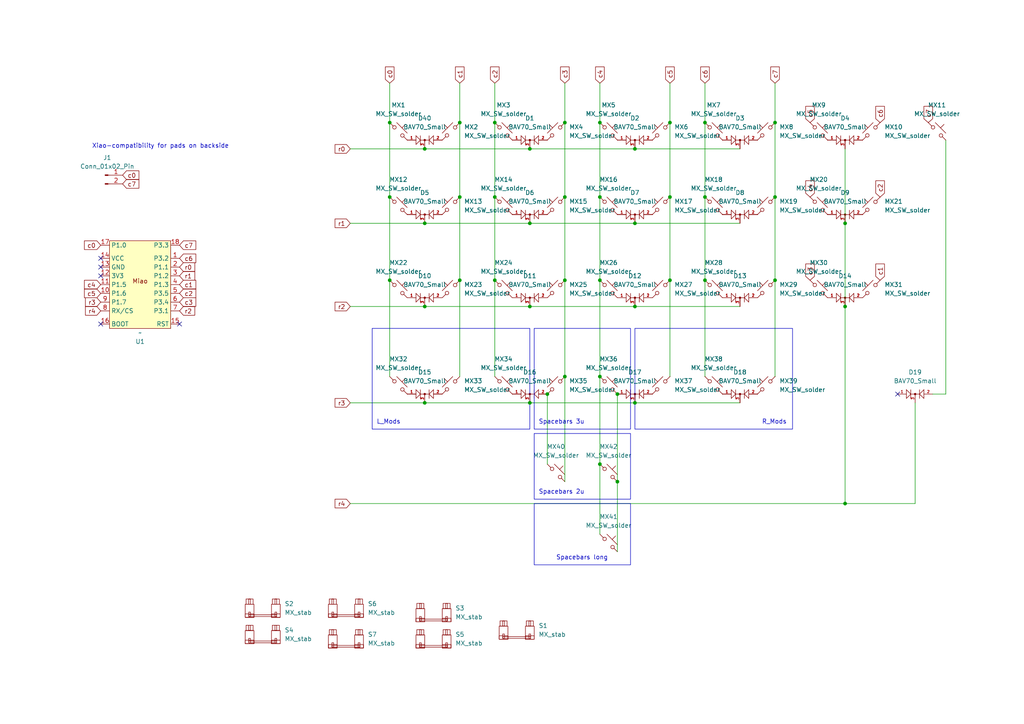
<source format=kicad_sch>
(kicad_sch (version 20231120) (generator "eeschema") (generator_version "8.0")
  (paper "A4")
  (lib_symbols
    (symbol "Connector:Conn_01x02_Pin" (pin_names (offset 1.016) hide)
      (property "Reference" "J" (at 0 2.54 0))
      (property "Value" "Conn_01x02_Pin" (at 0 -5.08 0))
      (symbol "Conn_01x02_Pin_1_1"
        (polyline (pts (xy 1.27 -2.54) (xy 0.8636 -2.54)) (stroke (width 0.1524)))
        (polyline (pts (xy 1.27 0) (xy 0.8636 0)) (stroke (width 0.1524)))
        (rectangle (start 0.8636 -2.413) (end 0 -2.667) (stroke (width 0.1524)) (fill (type outline)))
        (rectangle (start 0.8636 0.127) (end 0 -0.127) (stroke (width 0.1524)) (fill (type outline)))
        (pin passive line (at 5.08 0 180) (length 3.81) (name "Pin_1") (number "1"))
        (pin passive line (at 5.08 -2.54 180) (length 3.81) (name "Pin_2") (number "2"))
      )
    )
    (symbol "Miao:Miao_full_pinout"
      (property "Reference" "U" (at 0 5.08 0))
      (symbol "Miao_full_pinout_1_1"
        (rectangle (start -8.89 12.7) (end 8.89 -12.7) (fill (type background)))
        (text "Miao\n\n" (at 0 0 0) (effects (font (size 1.27 1.27))))
        (pin bidirectional line (at -11.43 7.62 0) (length 2.54) (name "P3.2") (number "1"))
        (pin bidirectional line (at 11.43 -2.54 180) (length 2.54) (name "P1.6") (number "10"))
        (pin bidirectional line (at 11.43 0 180) (length 2.54) (name "P1.5") (number "11"))
        (pin power_out line (at 11.43 2.54 180) (length 2.54) (name "3V3") (number "12"))
        (pin power_out line (at 11.43 5.08 180) (length 2.54) (name "GND") (number "13"))
        (pin power_in line (at 11.43 7.62 180) (length 2.54) (name "VCC") (number "14"))
        (pin input line (at -11.43 -11.43 0) (length 2.54) (name "RST") (number "15"))
        (pin input line (at 11.43 -11.43 180) (length 2.54) (name "BOOT") (number "16"))
        (pin bidirectional line (at 11.43 11.43 180) (length 2.54) (name "P1.0") (number "17"))
        (pin bidirectional line (at -11.43 11.43 0) (length 2.54) (name "P3.3") (number "18"))
        (pin bidirectional line (at -11.43 5.08 0) (length 2.54) (name "P1.1") (number "2"))
        (pin bidirectional line (at -11.43 2.54 0) (length 2.54) (name "P1.2") (number "3"))
        (pin bidirectional line (at -11.43 0 0) (length 2.54) (name "P1.3") (number "4"))
        (pin bidirectional line (at -11.43 -2.54 0) (length 2.54) (name "P3.5") (number "5"))
        (pin bidirectional line (at -11.43 -5.08 0) (length 2.54) (name "P3.4") (number "6"))
        (pin bidirectional line (at -11.43 -7.62 0) (length 2.54) (name "P3.1") (number "7"))
        (pin bidirectional line (at 11.43 -7.62 180) (length 2.54) (name "RX/CS") (number "8"))
        (pin bidirectional line (at 11.43 -5.08 180) (length 2.54) (name "P1.7") (number "9"))
      )
    )
    (symbol "PCM_marbastlib-mx:MX_SW_solder" (pin_numbers hide) (pin_names (offset 1.016) hide)
      (property "Reference" "MX" (at 3.048 1.016 0))
      (property "Value" "MX_SW_solder" (at 0 -3.81 0))
      (symbol "MX_SW_solder_0_1"
        (circle (center -1.1684 1.1684) (radius 0.508))
        (polyline (pts (xy -0.508 2.54) (xy 2.54 -0.508)))
        (polyline (pts (xy 1.016 1.016) (xy 2.032 2.032)))
        (polyline (pts (xy -2.54 2.54) (xy -1.524 1.524) (xy -1.524 1.524)))
        (polyline (pts (xy 1.524 -1.524) (xy 2.54 -2.54) (xy 2.54 -2.54) (xy 2.54 -2.54)))
        (circle (center 1.143 -1.1938) (radius 0.508))
        (pin passive line (at -2.54 2.54 0) (length 0) (name "1") (number "1"))
        (pin passive line (at 2.54 -2.54 180) (length 0) (name "2") (number "2"))
      )
    )
    (symbol "PCM_marbastlib-mx:MX_stab" (pin_names (offset 1.016))
      (property "Reference" "S" (at -5.08 6.35 0))
      (property "Value" "MX_stab" (at -5.08 3.81 0))
      (symbol "MX_stab_0_1"
        (rectangle (start -5.08 -1.524) (end -2.54 -2.54))
        (rectangle (start -5.08 1.27) (end -2.54 -2.54))
        (rectangle (start -4.826 2.794) (end -2.794 1.27))
        (rectangle (start -4.064 -2.286) (end -3.556 -1.016))
        (rectangle (start -4.064 -1.778) (end 4.064 -2.286))
        (rectangle (start -4.064 1.27) (end -3.556 2.794))
        (rectangle (start 2.54 -1.524) (end 5.08 -2.54))
        (rectangle (start 2.54 1.27) (end 5.08 -2.54))
        (rectangle (start 2.794 2.794) (end 4.826 1.27))
        (rectangle (start 3.556 1.27) (end 4.064 2.794))
        (rectangle (start 4.064 -2.286) (end 3.556 -1.016))
      )
    )
    (symbol "PCM_marbastlib-various:BAV70_Small" (pin_names (offset 0.762) hide)
      (property "Reference" "D" (at 0.635 -2.54 0))
      (property "Value" "BAV70_Small" (at 0 2.54 0))
      (symbol "BAV70_Small_0_1"
        (polyline (pts (xy -1.27 1.27) (xy -1.27 -1.27)))
        (polyline (pts (xy 1.27 0) (xy -1.27 0)))
        (polyline (pts (xy 1.27 1.27) (xy 1.27 -1.27)))
        (polyline (pts (xy -2.54 1.27) (xy -2.54 -1.27) (xy -1.27 0) (xy -2.54 1.27)))
        (polyline (pts (xy 2.54 1.27) (xy 2.54 -1.27) (xy 1.27 0) (xy 2.54 1.27)))
        (circle (center 0 0) (radius 0.254) (fill (type outline)))
      )
      (symbol "BAV70_Small_1_1"
        (pin input line (at -5.08 0 0) (length 2.54) (name "A1") (number "1"))
        (pin input line (at 5.08 0 180) (length 2.54) (name "A2") (number "2"))
        (pin passive line (at 0 -2.54 90) (length 2.54) (name "K") (number "3"))
      )
    )
  )
  (junction (at 123.19 116.84))
  (junction (at 224.79 35.56))
  (junction (at 163.83 35.56))
  (junction (at 143.51 81.28))
  (junction (at 204.47 35.56))
  (junction (at 245.11 146.05))
  (junction (at 133.35 35.56))
  (junction (at 123.19 64.77))
  (junction (at 204.47 81.28))
  (junction (at 153.67 116.84))
  (junction (at 113.03 57.15))
  (junction (at 123.19 88.9))
  (junction (at 153.67 43.18))
  (junction (at 123.19 43.18))
  (junction (at 184.15 88.9))
  (junction (at 184.15 43.18))
  (junction (at 224.79 81.28))
  (junction (at 133.35 81.28))
  (junction (at 184.15 64.77))
  (junction (at 143.51 57.15))
  (junction (at 163.83 57.15))
  (junction (at 133.35 57.15))
  (junction (at 194.31 81.28))
  (junction (at 179.07 139.7))
  (junction (at 194.31 57.15))
  (junction (at 173.99 81.28))
  (junction (at 113.03 81.28))
  (junction (at 194.31 35.56))
  (junction (at 163.83 109.22))
  (junction (at 158.75 114.3))
  (junction (at 184.15 116.84))
  (junction (at 179.07 114.3))
  (junction (at 153.67 64.77))
  (junction (at 173.99 134.62))
  (junction (at 143.51 35.56))
  (junction (at 173.99 57.15))
  (junction (at 153.67 88.9))
  (junction (at 173.99 109.22))
  (junction (at 224.79 57.15))
  (junction (at 204.47 57.15))
  (junction (at 173.99 35.56))
  (junction (at 163.83 81.28))
  (junction (at 245.11 88.9))
  (junction (at 245.11 64.77))
  (junction (at 113.03 35.56))
  (no_connect (at 29.21 93.98))
  (no_connect (at 29.21 74.93))
  (no_connect (at 29.21 77.47))
  (no_connect (at 29.21 80.01))
  (no_connect (at 52.07 93.98))
  (no_connect (at 260.35 114.3))
  (wire (pts (xy 143.51 81.28) (xy 143.51 109.22)))
  (wire (pts (xy 204.47 81.28) (xy 204.47 109.22)))
  (wire (pts (xy 173.99 35.56) (xy 173.99 57.15)))
  (wire (pts (xy 245.11 88.9) (xy 245.11 146.05)))
  (wire (pts (xy 153.67 64.77) (xy 184.15 64.77)))
  (wire (pts (xy 163.83 81.28) (xy 163.83 109.22)))
  (wire (pts (xy 245.11 64.77) (xy 245.11 88.9)))
  (wire (pts (xy 101.6 43.18) (xy 123.19 43.18)))
  (wire (pts (xy 153.67 88.9) (xy 184.15 88.9)))
  (wire (pts (xy 274.32 40.64) (xy 274.32 114.3)))
  (wire (pts (xy 113.03 81.28) (xy 113.03 109.22)))
  (wire (pts (xy 143.51 24.13) (xy 143.51 35.56)))
  (wire (pts (xy 179.07 139.7) (xy 179.07 160.02)))
  (wire (pts (xy 123.19 64.77) (xy 153.67 64.77)))
  (wire (pts (xy 101.6 116.84) (xy 123.19 116.84)))
  (wire (pts (xy 173.99 134.62) (xy 173.99 154.94)))
  (wire (pts (xy 153.67 43.18) (xy 184.15 43.18)))
  (wire (pts (xy 101.6 88.9) (xy 123.19 88.9)))
  (wire (pts (xy 173.99 81.28) (xy 173.99 109.22)))
  (wire (pts (xy 265.43 116.84) (xy 265.43 146.05)))
  (wire (pts (xy 163.83 35.56) (xy 163.83 57.15)))
  (wire (pts (xy 194.31 35.56) (xy 194.31 57.15)))
  (wire (pts (xy 194.31 81.28) (xy 194.31 109.22)))
  (wire (pts (xy 113.03 57.15) (xy 113.03 81.28)))
  (wire (pts (xy 224.79 24.13) (xy 224.79 35.56)))
  (wire (pts (xy 224.79 81.28) (xy 224.79 109.22)))
  (wire (pts (xy 224.79 57.15) (xy 224.79 81.28)))
  (wire (pts (xy 194.31 24.13) (xy 194.31 35.56)))
  (wire (pts (xy 184.15 43.18) (xy 214.63 43.18)))
  (wire (pts (xy 133.35 57.15) (xy 133.35 81.28)))
  (wire (pts (xy 123.19 116.84) (xy 153.67 116.84)))
  (wire (pts (xy 274.32 114.3) (xy 270.51 114.3)))
  (wire (pts (xy 133.35 35.56) (xy 133.35 57.15)))
  (wire (pts (xy 101.6 64.77) (xy 123.19 64.77)))
  (wire (pts (xy 245.11 146.05) (xy 101.6 146.05)))
  (wire (pts (xy 179.07 114.3) (xy 179.07 139.7)))
  (wire (pts (xy 163.83 57.15) (xy 163.83 81.28)))
  (wire (pts (xy 123.19 88.9) (xy 153.67 88.9)))
  (wire (pts (xy 265.43 146.05) (xy 245.11 146.05)))
  (wire (pts (xy 163.83 24.13) (xy 163.83 35.56)))
  (wire (pts (xy 153.67 116.84) (xy 184.15 116.84)))
  (wire (pts (xy 163.83 109.22) (xy 163.83 139.7)))
  (wire (pts (xy 173.99 24.13) (xy 173.99 35.56)))
  (wire (pts (xy 143.51 57.15) (xy 143.51 81.28)))
  (wire (pts (xy 133.35 81.28) (xy 133.35 109.22)))
  (wire (pts (xy 173.99 109.22) (xy 173.99 134.62)))
  (wire (pts (xy 133.35 24.13) (xy 133.35 35.56)))
  (wire (pts (xy 173.99 57.15) (xy 173.99 81.28)))
  (wire (pts (xy 194.31 57.15) (xy 194.31 81.28)))
  (wire (pts (xy 113.03 35.56) (xy 113.03 57.15)))
  (wire (pts (xy 123.19 43.18) (xy 153.67 43.18)))
  (wire (pts (xy 204.47 57.15) (xy 204.47 81.28)))
  (wire (pts (xy 158.75 114.3) (xy 158.75 134.62)))
  (wire (pts (xy 224.79 35.56) (xy 224.79 57.15)))
  (wire (pts (xy 184.15 88.9) (xy 214.63 88.9)))
  (wire (pts (xy 143.51 35.56) (xy 143.51 57.15)))
  (wire (pts (xy 204.47 35.56) (xy 204.47 57.15)))
  (wire (pts (xy 184.15 116.84) (xy 214.63 116.84)))
  (wire (pts (xy 204.47 24.13) (xy 204.47 35.56)))
  (wire (pts (xy 245.11 43.18) (xy 245.11 64.77)))
  (wire (pts (xy 184.15 64.77) (xy 214.63 64.77)))
  (wire (pts (xy 113.03 24.13) (xy 113.03 35.56)))
  (rectangle (start 154.94 95.25) (end 182.88 124.46))
  (rectangle (start 154.94 125.73) (end 182.88 144.78))
  (rectangle (start 154.94 146.05) (end 182.88 163.83))
  (rectangle (start 184.15 95.25) (end 229.87 124.46))
  (rectangle (start 107.95 95.25) (end 153.67 124.46))
  (text "L_Mods" (at 109.22 123.19 0) (effects (font (size 1.27 1.27)) (justify left bottom)))
  (text "R_Mods" (at 220.98 123.19 0) (effects (font (size 1.27 1.27)) (justify left bottom)))
  (text "Spacebars 2u" (at 156.21 143.51 0) (effects (font (size 1.27 1.27)) (justify left bottom)))
  (text "Xiao-compatibility for pads on backside" (at 26.67 43.18 0) (effects (font (size 1.27 1.27)) (justify left bottom)))
  (text "Spacebars 3u" (at 156.21 123.19 0) (effects (font (size 1.27 1.27)) (justify left bottom)))
  (text "Spacebars long" (at 161.29 162.56 0) (effects (font (size 1.27 1.27)) (justify left bottom)))
  (global_label "c3" (shape input) (at 52.07 87.63 0) (property "Intersheetrefs" "${INTERSHEET_REFS}" (effects (hide yes))))
  (global_label "c7" (shape input) (at 52.07 71.12 0) (property "Intersheetrefs" "${INTERSHEET_REFS}" (effects (hide yes))))
  (global_label "c6" (shape input) (at 204.47 24.13 90) (property "Intersheetrefs" "${INTERSHEET_REFS}" (effects (hide yes))))
  (global_label "c1" (shape input) (at 52.07 82.55 0) (property "Intersheetrefs" "${INTERSHEET_REFS}" (effects (hide yes))))
  (global_label "c4" (shape input) (at 29.21 82.55 180) (property "Intersheetrefs" "${INTERSHEET_REFS}" (effects (hide yes))))
  (global_label "r3" (shape input) (at 29.21 87.63 180) (property "Intersheetrefs" "${INTERSHEET_REFS}" (effects (hide yes))))
  (global_label "c2" (shape input) (at 143.51 24.13 90) (property "Intersheetrefs" "${INTERSHEET_REFS}" (effects (hide yes))))
  (global_label "c7" (shape input) (at 224.79 24.13 90) (property "Intersheetrefs" "${INTERSHEET_REFS}" (effects (hide yes))))
  (global_label "r2" (shape input) (at 101.6 88.9 180) (property "Intersheetrefs" "${INTERSHEET_REFS}" (effects (hide yes))))
  (global_label "r2" (shape input) (at 52.07 90.17 0) (property "Intersheetrefs" "${INTERSHEET_REFS}" (effects (hide yes))))
  (global_label "c5" (shape input) (at 194.31 24.13 90) (property "Intersheetrefs" "${INTERSHEET_REFS}" (effects (hide yes))))
  (global_label "c1" (shape input) (at 133.35 24.13 90) (property "Intersheetrefs" "${INTERSHEET_REFS}" (effects (hide yes))))
  (global_label "r1" (shape input) (at 52.07 80.01 0) (property "Intersheetrefs" "${INTERSHEET_REFS}" (effects (hide yes))))
  (global_label "c3" (shape input) (at 163.83 24.13 90) (property "Intersheetrefs" "${INTERSHEET_REFS}" (effects (hide yes))))
  (global_label "c7" (shape input) (at 269.24 35.56 90) (property "Intersheetrefs" "${INTERSHEET_REFS}" (effects (hide yes))))
  (global_label "c0" (shape input) (at 29.21 71.12 180) (property "Intersheetrefs" "${INTERSHEET_REFS}" (effects (hide yes))))
  (global_label "c3" (shape input) (at 234.95 81.28 90) (property "Intersheetrefs" "${INTERSHEET_REFS}" (effects (hide yes))))
  (global_label "c4" (shape input) (at 173.99 24.13 90) (property "Intersheetrefs" "${INTERSHEET_REFS}" (effects (hide yes))))
  (global_label "r1" (shape input) (at 101.6 64.77 180) (property "Intersheetrefs" "${INTERSHEET_REFS}" (effects (hide yes))))
  (global_label "r0" (shape input) (at 101.6 43.18 180) (property "Intersheetrefs" "${INTERSHEET_REFS}" (effects (hide yes))))
  (global_label "r4" (shape input) (at 29.21 90.17 180) (property "Intersheetrefs" "${INTERSHEET_REFS}" (effects (hide yes))))
  (global_label "r0" (shape input) (at 52.07 77.47 0) (property "Intersheetrefs" "${INTERSHEET_REFS}" (effects (hide yes))))
  (global_label "c6" (shape input) (at 52.07 74.93 0) (property "Intersheetrefs" "${INTERSHEET_REFS}" (effects (hide yes))))
  (global_label "c0" (shape input) (at 113.03 24.13 90) (property "Intersheetrefs" "${INTERSHEET_REFS}" (effects (hide yes))))
  (global_label "r4" (shape input) (at 101.6 146.05 180) (property "Intersheetrefs" "${INTERSHEET_REFS}" (effects (hide yes))))
  (global_label "c6" (shape input) (at 255.27 35.56 90) (property "Intersheetrefs" "${INTERSHEET_REFS}" (effects (hide yes))))
  (global_label "c1" (shape input) (at 255.27 81.28 90) (property "Intersheetrefs" "${INTERSHEET_REFS}" (effects (hide yes))))
  (global_label "c0" (shape input) (at 35.56 50.8 0) (property "Intersheetrefs" "${INTERSHEET_REFS}" (effects (hide yes))))
  (global_label "c2" (shape input) (at 52.07 85.09 0) (property "Intersheetrefs" "${INTERSHEET_REFS}" (effects (hide yes))))
  (global_label "c5" (shape input) (at 234.95 35.56 90) (property "Intersheetrefs" "${INTERSHEET_REFS}" (effects (hide yes))))
  (global_label "c7" (shape input) (at 35.56 53.34 0) (property "Intersheetrefs" "${INTERSHEET_REFS}" (effects (hide yes))))
  (global_label "c4" (shape input) (at 234.95 57.15 90) (property "Intersheetrefs" "${INTERSHEET_REFS}" (effects (hide yes))))
  (global_label "c5" (shape input) (at 29.21 85.09 180) (property "Intersheetrefs" "${INTERSHEET_REFS}" (effects (hide yes))))
  (global_label "r3" (shape input) (at 101.6 116.84 180) (property "Intersheetrefs" "${INTERSHEET_REFS}" (effects (hide yes))))
  (global_label "c2" (shape input) (at 255.27 57.15 90) (property "Intersheetrefs" "${INTERSHEET_REFS}" (effects (hide yes))))
  (symbol (lib_id "PCM_marbastlib-various:BAV70_Small") (at 184.15 62.23 0) (unit 1)
    (property "Reference" "D7" (at 184.15 55.88 0))
    (property "Value" "BAV70_Small" (at 184.15 58.42 0))
    (property "Footprint" "Package_TO_SOT_SMD:SOT-23" (effects (hide yes)))
    (property "Datasheet" "https://assets.nexperia.com/documents/data-sheet/BAV70_SER.pdf" (effects (hide yes)))
  )
  (symbol (lib_id "PCM_marbastlib-various:BAV70_Small") (at 153.67 86.36 0) (unit 1)
    (property "Reference" "D11" (at 153.67 80.01 0))
    (property "Value" "BAV70_Small" (at 153.67 82.55 0))
    (property "Footprint" "Package_TO_SOT_SMD:SOT-23" (effects (hide yes)))
    (property "Datasheet" "https://assets.nexperia.com/documents/data-sheet/BAV70_SER.pdf" (effects (hide yes)))
  )
  (symbol (lib_id "PCM_marbastlib-mx:MX_SW_solder") (at 115.57 83.82 0) (unit 1)
    (property "Reference" "MX22" (at 115.57 76.2 0))
    (property "Value" "MX_SW_solder" (at 115.57 78.74 0))
    (property "Footprint" "PCM_marbastlib-mx:SW_MX_1.75u" (effects (hide yes)))
  )
  (symbol (lib_id "PCM_marbastlib-mx:MX_stab") (at 125.73 185.42 0) (unit 1)
    (property "Reference" "S5" (at 132.08 184.023 0) (effects (justify left)))
    (property "Value" "MX_stab" (at 132.08 186.563 0) (effects (justify left)))
    (property "Footprint" "PCM_marbastlib-mx:STAB_MX_2u" (effects (hide yes)))
  )
  (symbol (lib_id "PCM_marbastlib-various:BAV70_Small") (at 123.19 40.64 0) (unit 1)
    (property "Reference" "D40" (at 123.19 34.29 0))
    (property "Value" "BAV70_Small" (at 123.19 36.83 0))
    (property "Footprint" "Package_TO_SOT_SMD:SOT-23" (effects (hide yes)))
    (property "Datasheet" "https://assets.nexperia.com/documents/data-sheet/BAV70_SER.pdf" (effects (hide yes)))
  )
  (symbol (lib_id "PCM_marbastlib-mx:MX_SW_solder") (at 161.29 111.76 90) (unit 1)
    (property "Reference" "MX35" (at 165.1 110.49 90) (effects (justify right)))
    (property "Value" "MX_SW_solder" (at 165.1 113.03 90) (effects (justify right)))
    (property "Footprint" "PCM_marbastlib-mx:SW_MX_1u" (effects (hide yes)))
  )
  (symbol (lib_id "PCM_marbastlib-mx:MX_SW_solder") (at 237.49 83.82 0) (unit 1)
    (property "Reference" "MX30" (at 237.49 76.2 0))
    (property "Value" "MX_SW_solder" (at 237.49 78.74 0))
    (property "Footprint" "PCM_marbastlib-mx:SW_MX_1u" (effects (hide yes)))
  )
  (symbol (lib_id "PCM_marbastlib-mx:MX_SW_solder") (at 252.73 38.1 90) (unit 1)
    (property "Reference" "MX10" (at 256.54 36.83 90) (effects (justify right)))
    (property "Value" "MX_SW_solder" (at 256.54 39.37 90) (effects (justify right)))
    (property "Footprint" "PCM_marbastlib-mx:SW_MX_1u" (effects (hide yes)))
  )
  (symbol (lib_id "PCM_marbastlib-mx:MX_SW_solder") (at 222.25 38.1 90) (unit 1)
    (property "Reference" "MX8" (at 226.06 36.83 90) (effects (justify right)))
    (property "Value" "MX_SW_solder" (at 226.06 39.37 90) (effects (justify right)))
    (property "Footprint" "PCM_marbastlib-mx:SW_MX_1u" (effects (hide yes)))
  )
  (symbol (lib_id "Miao:Miao_full_pinout") (at 40.64 82.55 0) (mirror y) (unit 1)
    (property "Reference" "U1" (at 40.64 99.06 0))
    (property "Value" "~" (at 40.64 96.52 0))
    (property "Footprint" "Einzelne Custom:Miao" (effects (hide yes)))
  )
  (symbol (lib_id "PCM_marbastlib-various:BAV70_Small") (at 214.63 114.3 0) (unit 1)
    (property "Reference" "D18" (at 214.63 107.95 0))
    (property "Value" "BAV70_Small" (at 214.63 110.49 0))
    (property "Footprint" "Package_TO_SOT_SMD:SOT-23" (effects (hide yes)))
    (property "Datasheet" "https://assets.nexperia.com/documents/data-sheet/BAV70_SER.pdf" (effects (hide yes)))
  )
  (symbol (lib_id "PCM_marbastlib-various:BAV70_Small") (at 123.19 86.36 0) (unit 1)
    (property "Reference" "D10" (at 123.19 80.01 0))
    (property "Value" "BAV70_Small" (at 123.19 82.55 0))
    (property "Footprint" "Package_TO_SOT_SMD:SOT-23" (effects (hide yes)))
    (property "Datasheet" "https://assets.nexperia.com/documents/data-sheet/BAV70_SER.pdf" (effects (hide yes)))
  )
  (symbol (lib_id "PCM_marbastlib-mx:MX_SW_solder") (at 207.01 59.69 0) (unit 1)
    (property "Reference" "MX18" (at 207.01 52.07 0))
    (property "Value" "MX_SW_solder" (at 207.01 54.61 0))
    (property "Footprint" "PCM_marbastlib-mx:SW_MX_1u" (effects (hide yes)))
  )
  (symbol (lib_id "PCM_marbastlib-mx:MX_SW_solder") (at 207.01 83.82 0) (unit 1)
    (property "Reference" "MX28" (at 207.01 76.2 0))
    (property "Value" "MX_SW_solder" (at 207.01 78.74 0))
    (property "Footprint" "PCM_marbastlib-mx:SW_MX_1u" (effects (hide yes)))
  )
  (symbol (lib_id "PCM_marbastlib-mx:MX_SW_solder") (at 130.81 59.69 90) (unit 1)
    (property "Reference" "MX13" (at 134.62 58.42 90) (effects (justify right)))
    (property "Value" "MX_SW_solder" (at 134.62 60.96 90) (effects (justify right)))
    (property "Footprint" "PCM_marbastlib-mx:SW_MX_1u" (effects (hide yes)))
  )
  (symbol (lib_id "PCM_marbastlib-mx:MX_SW_solder") (at 207.01 38.1 0) (unit 1)
    (property "Reference" "MX7" (at 207.01 30.48 0))
    (property "Value" "MX_SW_solder" (at 207.01 33.02 0))
    (property "Footprint" "PCM_marbastlib-mx:SW_MX_1u" (effects (hide yes)))
  )
  (symbol (lib_id "PCM_marbastlib-various:BAV70_Small") (at 123.19 114.3 0) (unit 1)
    (property "Reference" "D15" (at 123.19 107.95 0))
    (property "Value" "BAV70_Small" (at 123.19 110.49 0))
    (property "Footprint" "Package_TO_SOT_SMD:SOT-23" (effects (hide yes)))
    (property "Datasheet" "https://assets.nexperia.com/documents/data-sheet/BAV70_SER.pdf" (effects (hide yes)))
  )
  (symbol (lib_id "PCM_marbastlib-mx:MX_SW_solder") (at 161.29 59.69 90) (unit 1)
    (property "Reference" "MX15" (at 165.1 58.42 90) (effects (justify right)))
    (property "Value" "MX_SW_solder" (at 165.1 60.96 90) (effects (justify right)))
    (property "Footprint" "PCM_marbastlib-mx:SW_MX_1u" (effects (hide yes)))
  )
  (symbol (lib_id "PCM_marbastlib-various:BAV70_Small") (at 214.63 40.64 0) (unit 1)
    (property "Reference" "D3" (at 214.63 34.29 0))
    (property "Value" "BAV70_Small" (at 214.63 36.83 0))
    (property "Footprint" "Package_TO_SOT_SMD:SOT-23" (effects (hide yes)))
    (property "Datasheet" "https://assets.nexperia.com/documents/data-sheet/BAV70_SER.pdf" (effects (hide yes)))
  )
  (symbol (lib_id "PCM_marbastlib-mx:MX_SW_solder") (at 237.49 38.1 0) (unit 1)
    (property "Reference" "MX9" (at 237.49 30.48 0))
    (property "Value" "MX_SW_solder" (at 237.49 33.02 0))
    (property "Footprint" "PCM_marbastlib-mx:SW_MX_1u" (effects (hide yes)))
  )
  (symbol (lib_id "PCM_marbastlib-mx:MX_SW_solder") (at 176.53 83.82 0) (unit 1)
    (property "Reference" "MX26" (at 176.53 76.2 0))
    (property "Value" "MX_SW_solder" (at 176.53 78.74 0))
    (property "Footprint" "PCM_marbastlib-mx:SW_MX_1u" (effects (hide yes)))
  )
  (symbol (lib_id "PCM_marbastlib-mx:MX_SW_solder") (at 176.53 59.69 0) (unit 1)
    (property "Reference" "MX16" (at 176.53 52.07 0))
    (property "Value" "MX_SW_solder" (at 176.53 54.61 0))
    (property "Footprint" "PCM_marbastlib-mx:SW_MX_1u" (effects (hide yes)))
  )
  (symbol (lib_id "PCM_marbastlib-mx:MX_SW_solder") (at 222.25 111.76 90) (unit 1)
    (property "Reference" "MX39" (at 226.06 110.49 90) (effects (justify right)))
    (property "Value" "MX_SW_solder" (at 226.06 113.03 90) (effects (justify right)))
    (property "Footprint" "PCM_marbastlib-mx:SW_MX_1u" (effects (hide yes)))
  )
  (symbol (lib_id "PCM_marbastlib-mx:MX_SW_solder") (at 146.05 59.69 0) (unit 1)
    (property "Reference" "MX14" (at 146.05 52.07 0))
    (property "Value" "MX_SW_solder" (at 146.05 54.61 0))
    (property "Footprint" "PCM_marbastlib-mx:SW_MX_1u" (effects (hide yes)))
  )
  (symbol (lib_id "PCM_marbastlib-various:BAV70_Small") (at 245.11 40.64 0) (unit 1)
    (property "Reference" "D4" (at 245.11 34.29 0))
    (property "Value" "BAV70_Small" (at 245.11 36.83 0))
    (property "Footprint" "Package_TO_SOT_SMD:SOT-23" (effects (hide yes)))
    (property "Datasheet" "https://assets.nexperia.com/documents/data-sheet/BAV70_SER.pdf" (effects (hide yes)))
  )
  (symbol (lib_id "PCM_marbastlib-mx:MX_SW_solder") (at 222.25 59.69 90) (unit 1)
    (property "Reference" "MX19" (at 226.06 58.42 90) (effects (justify right)))
    (property "Value" "MX_SW_solder" (at 226.06 60.96 90) (effects (justify right)))
    (property "Footprint" "PCM_marbastlib-mx:SW_MX_1u" (effects (hide yes)))
  )
  (symbol (lib_id "PCM_marbastlib-mx:MX_SW_solder") (at 130.81 111.76 90) (unit 1)
    (property "Reference" "MX33" (at 134.62 110.49 90) (effects (justify right)))
    (property "Value" "MX_SW_solder" (at 134.62 113.03 90) (effects (justify right)))
    (property "Footprint" "PCM_marbastlib-mx:SW_MX_1u" (effects (hide yes)))
  )
  (symbol (lib_id "PCM_marbastlib-mx:MX_stab") (at 149.86 182.88 0) (unit 1)
    (property "Reference" "S1" (at 156.21 181.483 0) (effects (justify left)))
    (property "Value" "MX_stab" (at 156.21 184.023 0) (effects (justify left)))
    (property "Footprint" "PCM_marbastlib-mx:STAB_MX_2.25u" (effects (hide yes)))
  )
  (symbol (lib_id "PCM_marbastlib-mx:MX_SW_solder") (at 207.01 111.76 0) (unit 1)
    (property "Reference" "MX38" (at 207.01 104.14 0))
    (property "Value" "MX_SW_solder" (at 207.01 106.68 0))
    (property "Footprint" "PCM_marbastlib-mx:SW_MX_1u" (effects (hide yes)))
  )
  (symbol (lib_id "PCM_marbastlib-mx:MX_SW_solder") (at 130.81 38.1 90) (unit 1)
    (property "Reference" "MX2" (at 134.62 36.83 90) (effects (justify right)))
    (property "Value" "MX_SW_solder" (at 134.62 39.37 90) (effects (justify right)))
    (property "Footprint" "PCM_marbastlib-mx:SW_MX_1u" (effects (hide yes)))
  )
  (symbol (lib_id "PCM_marbastlib-various:BAV70_Small") (at 153.67 114.3 0) (unit 1)
    (property "Reference" "D16" (at 153.67 107.95 0))
    (property "Value" "BAV70_Small" (at 153.67 110.49 0))
    (property "Footprint" "Package_TO_SOT_SMD:SOT-23" (effects (hide yes)))
    (property "Datasheet" "https://assets.nexperia.com/documents/data-sheet/BAV70_SER.pdf" (effects (hide yes)))
  )
  (symbol (lib_id "PCM_marbastlib-mx:MX_stab") (at 76.2 184.15 0) (unit 1)
    (property "Reference" "S4" (at 82.55 182.753 0) (effects (justify left)))
    (property "Value" "MX_stab" (at 82.55 185.293 0) (effects (justify left)))
    (property "Footprint" "PCM_marbastlib-mx:STAB_MX_2u" (effects (hide yes)))
  )
  (symbol (lib_id "PCM_marbastlib-various:BAV70_Small") (at 184.15 114.3 0) (unit 1)
    (property "Reference" "D17" (at 184.15 107.95 0))
    (property "Value" "BAV70_Small" (at 184.15 110.49 0))
    (property "Footprint" "Package_TO_SOT_SMD:SOT-23" (effects (hide yes)))
    (property "Datasheet" "https://assets.nexperia.com/documents/data-sheet/BAV70_SER.pdf" (effects (hide yes)))
  )
  (symbol (lib_id "PCM_marbastlib-mx:MX_SW_solder") (at 115.57 111.76 0) (unit 1)
    (property "Reference" "MX32" (at 115.57 104.14 0))
    (property "Value" "MX_SW_solder" (at 115.57 106.68 0))
    (property "Footprint" "PCM_marbastlib-mx:SW_MX_1u" (effects (hide yes)))
  )
  (symbol (lib_id "PCM_marbastlib-mx:MX_SW_solder") (at 176.53 111.76 0) (unit 1)
    (property "Reference" "MX36" (at 176.53 104.14 0))
    (property "Value" "MX_SW_solder" (at 176.53 106.68 0))
    (property "Footprint" "PCM_marbastlib-mx:SW_MX_1u" (effects (hide yes)))
  )
  (symbol (lib_id "PCM_marbastlib-mx:MX_SW_solder") (at 191.77 38.1 90) (unit 1)
    (property "Reference" "MX6" (at 195.58 36.83 90) (effects (justify right)))
    (property "Value" "MX_SW_solder" (at 195.58 39.37 90) (effects (justify right)))
    (property "Footprint" "PCM_marbastlib-mx:SW_MX_1u" (effects (hide yes)))
  )
  (symbol (lib_id "PCM_marbastlib-mx:MX_stab") (at 100.33 185.42 0) (unit 1)
    (property "Reference" "S7" (at 106.68 184.023 0) (effects (justify left)))
    (property "Value" "MX_stab" (at 106.68 186.563 0) (effects (justify left)))
    (property "Footprint" "PCM_marbastlib-mx:STAB_MX_P_10u" (effects (hide yes)))
  )
  (symbol (lib_id "PCM_marbastlib-various:BAV70_Small") (at 153.67 40.64 0) (unit 1)
    (property "Reference" "D1" (at 153.67 34.29 0))
    (property "Value" "BAV70_Small" (at 153.67 36.83 0))
    (property "Footprint" "Package_TO_SOT_SMD:SOT-23" (effects (hide yes)))
    (property "Datasheet" "https://assets.nexperia.com/documents/data-sheet/BAV70_SER.pdf" (effects (hide yes)))
  )
  (symbol (lib_id "PCM_marbastlib-mx:MX_SW_solder") (at 191.77 83.82 90) (unit 1)
    (property "Reference" "MX27" (at 195.58 82.55 90) (effects (justify right)))
    (property "Value" "MX_SW_solder" (at 195.58 85.09 90) (effects (justify right)))
    (property "Footprint" "PCM_marbastlib-mx:SW_MX_1u" (effects (hide yes)))
  )
  (symbol (lib_id "PCM_marbastlib-mx:MX_SW_solder") (at 176.53 157.48 0) (unit 1)
    (property "Reference" "MX41" (at 176.53 149.86 0))
    (property "Value" "MX_SW_solder" (at 176.53 152.4 0))
    (property "Footprint" "PCM_marbastlib-mx:SW_MX_1u" (effects (hide yes)))
  )
  (symbol (lib_id "PCM_marbastlib-various:BAV70_Small") (at 265.43 114.3 0) (unit 1)
    (property "Reference" "D19" (at 265.43 107.95 0))
    (property "Value" "BAV70_Small" (at 265.43 110.49 0))
    (property "Footprint" "Package_TO_SOT_SMD:SOT-23" (effects (hide yes)))
    (property "Datasheet" "https://assets.nexperia.com/documents/data-sheet/BAV70_SER.pdf" (effects (hide yes)))
  )
  (symbol (lib_id "PCM_marbastlib-mx:MX_SW_solder") (at 176.53 137.16 0) (unit 1)
    (property "Reference" "MX42" (at 176.53 129.54 0))
    (property "Value" "MX_SW_solder" (at 176.53 132.08 0))
    (property "Footprint" "PCM_marbastlib-mx:SW_MX_1u" (effects (hide yes)))
  )
  (symbol (lib_id "PCM_marbastlib-various:BAV70_Small") (at 123.19 62.23 0) (unit 1)
    (property "Reference" "D5" (at 123.19 55.88 0))
    (property "Value" "BAV70_Small" (at 123.19 58.42 0))
    (property "Footprint" "Package_TO_SOT_SMD:SOT-23" (effects (hide yes)))
    (property "Datasheet" "https://assets.nexperia.com/documents/data-sheet/BAV70_SER.pdf" (effects (hide yes)))
  )
  (symbol (lib_id "PCM_marbastlib-mx:MX_SW_solder") (at 271.78 38.1 0) (unit 1)
    (property "Reference" "MX11" (at 271.78 30.48 0))
    (property "Value" "MX_SW_solder" (at 271.78 33.02 0))
    (property "Footprint" "PCM_marbastlib-mx:SW_MX_1.5u" (effects (hide yes)))
  )
  (symbol (lib_id "Connector:Conn_01x02_Pin") (at 30.48 50.8 0) (unit 1)
    (property "Reference" "J1" (at 31.115 45.72 0))
    (property "Value" "Conn_01x02_Pin" (at 31.115 48.26 0))
    (property "Footprint" "Connector_PinHeader_2.54mm:PinHeader_1x02_P2.54mm_Vertical" (effects (hide yes)))
  )
  (symbol (lib_id "PCM_marbastlib-mx:MX_SW_solder") (at 115.57 59.69 0) (unit 1)
    (property "Reference" "MX12" (at 115.57 52.07 0))
    (property "Value" "MX_SW_solder" (at 115.57 54.61 0))
    (property "Footprint" "PCM_marbastlib-mx:SW_MX_1.25u" (effects (hide yes)))
  )
  (symbol (lib_id "PCM_marbastlib-mx:MX_SW_solder") (at 222.25 83.82 90) (unit 1)
    (property "Reference" "MX29" (at 226.06 82.55 90) (effects (justify right)))
    (property "Value" "MX_SW_solder" (at 226.06 85.09 90) (effects (justify right)))
    (property "Footprint" "PCM_marbastlib-mx:SW_MX_1u" (effects (hide yes)))
  )
  (symbol (lib_id "PCM_marbastlib-mx:MX_SW_solder") (at 237.49 59.69 0) (unit 1)
    (property "Reference" "MX20" (at 237.49 52.07 0))
    (property "Value" "MX_SW_solder" (at 237.49 54.61 0))
    (property "Footprint" "PCM_marbastlib-mx:SW_MX_1u" (effects (hide yes)))
  )
  (symbol (lib_id "PCM_marbastlib-mx:MX_SW_solder") (at 176.53 38.1 0) (unit 1)
    (property "Reference" "MX5" (at 176.53 30.48 0))
    (property "Value" "MX_SW_solder" (at 176.53 33.02 0))
    (property "Footprint" "PCM_marbastlib-mx:SW_MX_1u" (effects (hide yes)))
  )
  (symbol (lib_id "PCM_marbastlib-mx:MX_SW_solder") (at 161.29 38.1 90) (unit 1)
    (property "Reference" "MX4" (at 165.1 36.83 90) (effects (justify right)))
    (property "Value" "MX_SW_solder" (at 165.1 39.37 90) (effects (justify right)))
    (property "Footprint" "PCM_marbastlib-mx:SW_MX_1u" (effects (hide yes)))
  )
  (symbol (lib_id "PCM_marbastlib-mx:MX_SW_solder") (at 161.29 137.16 0) (unit 1)
    (property "Reference" "MX40" (at 161.29 129.54 0))
    (property "Value" "MX_SW_solder" (at 161.29 132.08 0))
    (property "Footprint" "PCM_marbastlib-mx:SW_MX_1u" (effects (hide yes)))
  )
  (symbol (lib_id "PCM_marbastlib-various:BAV70_Small") (at 245.11 62.23 0) (unit 1)
    (property "Reference" "D9" (at 245.11 55.88 0))
    (property "Value" "BAV70_Small" (at 245.11 58.42 0))
    (property "Footprint" "Package_TO_SOT_SMD:SOT-23" (effects (hide yes)))
    (property "Datasheet" "https://assets.nexperia.com/documents/data-sheet/BAV70_SER.pdf" (effects (hide yes)))
  )
  (symbol (lib_id "PCM_marbastlib-mx:MX_SW_solder") (at 161.29 83.82 90) (unit 1)
    (property "Reference" "MX25" (at 165.1 82.55 90) (effects (justify right)))
    (property "Value" "MX_SW_solder" (at 165.1 85.09 90) (effects (justify right)))
    (property "Footprint" "PCM_marbastlib-mx:SW_MX_1u" (effects (hide yes)))
  )
  (symbol (lib_id "PCM_marbastlib-various:BAV70_Small") (at 184.15 40.64 0) (unit 1)
    (property "Reference" "D2" (at 184.15 34.29 0))
    (property "Value" "BAV70_Small" (at 184.15 36.83 0))
    (property "Footprint" "Package_TO_SOT_SMD:SOT-23" (effects (hide yes)))
    (property "Datasheet" "https://assets.nexperia.com/documents/data-sheet/BAV70_SER.pdf" (effects (hide yes)))
  )
  (symbol (lib_id "PCM_marbastlib-mx:MX_SW_solder") (at 130.81 83.82 90) (unit 1)
    (property "Reference" "MX23" (at 134.62 82.55 90) (effects (justify right)))
    (property "Value" "MX_SW_solder" (at 134.62 85.09 90) (effects (justify right)))
    (property "Footprint" "PCM_marbastlib-mx:SW_MX_1u" (effects (hide yes)))
  )
  (symbol (lib_id "PCM_marbastlib-various:BAV70_Small") (at 214.63 86.36 0) (unit 1)
    (property "Reference" "D13" (at 214.63 80.01 0))
    (property "Value" "BAV70_Small" (at 214.63 82.55 0))
    (property "Footprint" "Package_TO_SOT_SMD:SOT-23" (effects (hide yes)))
    (property "Datasheet" "https://assets.nexperia.com/documents/data-sheet/BAV70_SER.pdf" (effects (hide yes)))
  )
  (symbol (lib_id "PCM_marbastlib-mx:MX_SW_solder") (at 191.77 111.76 90) (unit 1)
    (property "Reference" "MX37" (at 195.58 110.49 90) (effects (justify right)))
    (property "Value" "MX_SW_solder" (at 195.58 113.03 90) (effects (justify right)))
    (property "Footprint" "PCM_marbastlib-mx:SW_MX_1u" (effects (hide yes)))
  )
  (symbol (lib_id "PCM_marbastlib-various:BAV70_Small") (at 214.63 62.23 0) (unit 1)
    (property "Reference" "D8" (at 214.63 55.88 0))
    (property "Value" "BAV70_Small" (at 214.63 58.42 0))
    (property "Footprint" "Package_TO_SOT_SMD:SOT-23" (effects (hide yes)))
    (property "Datasheet" "https://assets.nexperia.com/documents/data-sheet/BAV70_SER.pdf" (effects (hide yes)))
  )
  (symbol (lib_id "PCM_marbastlib-mx:MX_SW_solder") (at 146.05 83.82 0) (unit 1)
    (property "Reference" "MX24" (at 146.05 76.2 0))
    (property "Value" "MX_SW_solder" (at 146.05 78.74 0))
    (property "Footprint" "PCM_marbastlib-mx:SW_MX_1u" (effects (hide yes)))
  )
  (symbol (lib_id "PCM_marbastlib-mx:MX_stab") (at 76.2 176.53 0) (unit 1)
    (property "Reference" "S2" (at 82.55 175.133 0) (effects (justify left)))
    (property "Value" "MX_stab" (at 82.55 177.673 0) (effects (justify left)))
    (property "Footprint" "PCM_marbastlib-mx:STAB_MX_3u" (effects (hide yes)))
  )
  (symbol (lib_id "PCM_marbastlib-mx:MX_SW_solder") (at 146.05 111.76 0) (unit 1)
    (property "Reference" "MX34" (at 146.05 104.14 0))
    (property "Value" "MX_SW_solder" (at 146.05 106.68 0))
    (property "Footprint" "PCM_marbastlib-mx:SW_MX_1u" (effects (hide yes)))
  )
  (symbol (lib_id "PCM_marbastlib-mx:MX_SW_solder") (at 252.73 59.69 90) (unit 1)
    (property "Reference" "MX21" (at 256.54 58.42 90) (effects (justify right)))
    (property "Value" "MX_SW_solder" (at 256.54 60.96 90) (effects (justify right)))
    (property "Footprint" "PCM_marbastlib-mx:SW_MX_1u" (effects (hide yes)))
  )
  (symbol (lib_id "PCM_marbastlib-various:BAV70_Small") (at 245.11 86.36 0) (unit 1)
    (property "Reference" "D14" (at 245.11 80.01 0))
    (property "Value" "BAV70_Small" (at 245.11 82.55 0))
    (property "Footprint" "Package_TO_SOT_SMD:SOT-23" (effects (hide yes)))
    (property "Datasheet" "https://assets.nexperia.com/documents/data-sheet/BAV70_SER.pdf" (effects (hide yes)))
  )
  (symbol (lib_id "PCM_marbastlib-mx:MX_SW_solder") (at 146.05 38.1 0) (unit 1)
    (property "Reference" "MX3" (at 146.05 30.48 0))
    (property "Value" "MX_SW_solder" (at 146.05 33.02 0))
    (property "Footprint" "PCM_marbastlib-mx:SW_MX_1u" (effects (hide yes)))
  )
  (symbol (lib_id "PCM_marbastlib-mx:MX_SW_solder") (at 252.73 83.82 90) (unit 1)
    (property "Reference" "MX31" (at 256.54 82.55 90) (effects (justify right)))
    (property "Value" "MX_SW_solder" (at 256.54 85.09 90) (effects (justify right)))
    (property "Footprint" "PCM_marbastlib-mx:SW_MX_1.75u" (effects (hide yes)))
  )
  (symbol (lib_id "PCM_marbastlib-mx:MX_stab") (at 125.73 177.8 0) (unit 1)
    (property "Reference" "S3" (at 132.08 176.403 0) (effects (justify left)))
    (property "Value" "MX_stab" (at 132.08 178.943 0) (effects (justify left)))
    (property "Footprint" "PCM_marbastlib-mx:STAB_MX_3u" (effects (hide yes)))
  )
  (symbol (lib_id "PCM_marbastlib-mx:MX_SW_solder") (at 115.57 38.1 0) (unit 1)
    (property "Reference" "MX1" (at 115.57 30.48 0))
    (property "Value" "MX_SW_solder" (at 115.57 33.02 0))
    (property "Footprint" "PCM_marbastlib-mx:SW_MX_1u" (effects (hide yes)))
  )
  (symbol (lib_id "PCM_marbastlib-various:BAV70_Small") (at 184.15 86.36 0) (unit 1)
    (property "Reference" "D12" (at 184.15 80.01 0))
    (property "Value" "BAV70_Small" (at 184.15 82.55 0))
    (property "Footprint" "Package_TO_SOT_SMD:SOT-23" (effects (hide yes)))
    (property "Datasheet" "https://assets.nexperia.com/documents/data-sheet/BAV70_SER.pdf" (effects (hide yes)))
  )
  (symbol (lib_id "PCM_marbastlib-mx:MX_SW_solder") (at 191.77 59.69 90) (unit 1)
    (property "Reference" "MX17" (at 195.58 58.42 90) (effects (justify right)))
    (property "Value" "MX_SW_solder" (at 195.58 60.96 90) (effects (justify right)))
    (property "Footprint" "PCM_marbastlib-mx:SW_MX_1u" (effects (hide yes)))
  )
  (symbol (lib_id "PCM_marbastlib-mx:MX_stab") (at 100.33 176.53 0) (unit 1)
    (property "Reference" "S6" (at 106.68 175.133 0) (effects (justify left)))
    (property "Value" "MX_stab" (at 106.68 177.673 0) (effects (justify left)))
    (property "Footprint" "PCM_marbastlib-mx:STAB_MX_P_6u" (effects (hide yes)))
  )
  (symbol (lib_id "PCM_marbastlib-various:BAV70_Small") (at 153.67 62.23 0) (unit 1)
    (property "Reference" "D6" (at 153.67 55.88 0))
    (property "Value" "BAV70_Small" (at 153.67 58.42 0))
    (property "Footprint" "Package_TO_SOT_SMD:SOT-23" (effects (hide yes)))
    (property "Datasheet" "https://assets.nexperia.com/documents/data-sheet/BAV70_SER.pdf" (effects (hide yes)))
  )
)
</source>
